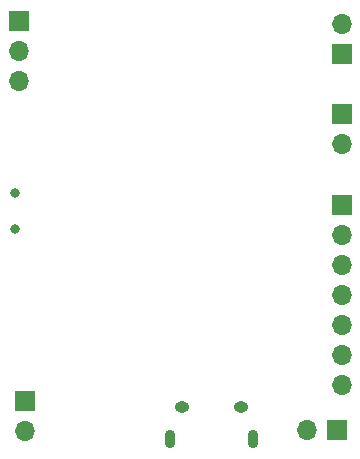
<source format=gbs>
G04 #@! TF.GenerationSoftware,KiCad,Pcbnew,(5.1.12)-1*
G04 #@! TF.CreationDate,2021-12-21T15:59:21+01:00*
G04 #@! TF.ProjectId,iot-postbox,696f742d-706f-4737-9462-6f782e6b6963,v0.3*
G04 #@! TF.SameCoordinates,Original*
G04 #@! TF.FileFunction,Soldermask,Bot*
G04 #@! TF.FilePolarity,Negative*
%FSLAX46Y46*%
G04 Gerber Fmt 4.6, Leading zero omitted, Abs format (unit mm)*
G04 Created by KiCad (PCBNEW (5.1.12)-1) date 2021-12-21 15:59:21*
%MOMM*%
%LPD*%
G01*
G04 APERTURE LIST*
%ADD10O,1.700000X1.700000*%
%ADD11R,1.700000X1.700000*%
%ADD12C,0.800000*%
%ADD13O,0.890000X1.550000*%
%ADD14O,1.250000X0.950000*%
G04 APERTURE END LIST*
D10*
X101669000Y-120720000D03*
X101669000Y-118180000D03*
D11*
X101669000Y-115640000D03*
D10*
X129032000Y-146418000D03*
X129032000Y-143878000D03*
X129032000Y-141338000D03*
X129032000Y-138798000D03*
X129032000Y-136258000D03*
X129032000Y-133718000D03*
D11*
X129032000Y-131178000D03*
D12*
X101349000Y-133240000D03*
X101349000Y-130240000D03*
D11*
X102180000Y-147820000D03*
D10*
X102180000Y-150360000D03*
D13*
X121510000Y-151020000D03*
X114510000Y-151020000D03*
D14*
X120510000Y-148320000D03*
X115510000Y-148320000D03*
D10*
X126120000Y-150260000D03*
D11*
X128660000Y-150260000D03*
X129030000Y-118420000D03*
D10*
X129030000Y-115880000D03*
D11*
X129030000Y-123520000D03*
D10*
X129030000Y-126060000D03*
M02*

</source>
